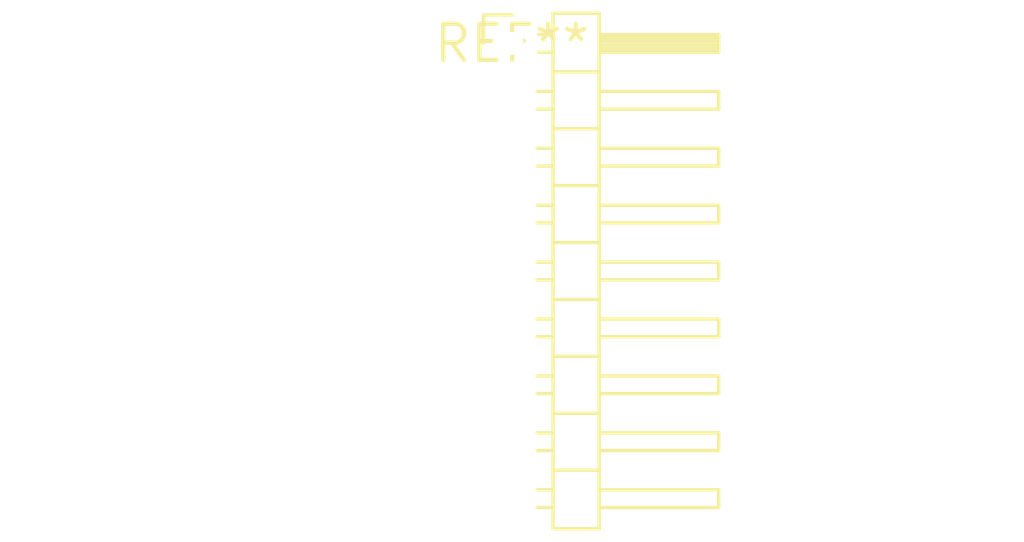
<source format=kicad_pcb>
(kicad_pcb (version 20240108) (generator pcbnew)
  (layers (0 "F.Cu" signal) (31 "B.Cu" signal) (34 "B.Paste" user) (35 "F.Paste" user) (36 "B.SilkS" user "B.Silkscreen") (37 "F.SilkS" user "F.Silkscreen") (38 "B.Mask" user) (39 "F.Mask" user) (44 "Edge.Cuts" user))
  (net 0 "")
  (footprint "PinHeader_1x09_P2.00mm_Horizontal" (layer "F.Cu") (at 0 0)
    (property "Reference" "REF**")
    (property "Value" "PinHeader_1x09_P2.00mm_Horizontal")
    (fp_line (start -1 -1) (end 0 -1) (layer "F.SilkS") (stroke (width 0.12)))
    (fp_line (start -1 0) (end -1 -1) (layer "F.SilkS") (stroke (width 0.12)))
    (fp_line (start 0.882114 1.69) (end 1.44 1.69) (layer "F.SilkS") (stroke (width 0.12)))
    (fp_line (start 0.882114 2.31) (end 1.44 2.31) (layer "F.SilkS") (stroke (width 0.12)))
    (fp_line (start 0.882114 3.69) (end 1.44 3.69) (layer "F.SilkS") (stroke (width 0.12)))
    (fp_line (start 0.882114 4.31) (end 1.44 4.31) (layer "F.SilkS") (stroke (width 0.12)))
    (fp_line (start 0.882114 5.69) (end 1.44 5.69) (layer "F.SilkS") (stroke (width 0.12)))
    (fp_line (start 0.882114 6.31) (end 1.44 6.31) (layer "F.SilkS") (stroke (width 0.12)))
    (fp_line (start 0.882114 7.69) (end 1.44 7.69) (layer "F.SilkS") (stroke (width 0.12)))
    (fp_line (start 0.882114 8.31) (end 1.44 8.31) (layer "F.SilkS") (stroke (width 0.12)))
    (fp_line (start 0.882114 9.69) (end 1.44 9.69) (layer "F.SilkS") (stroke (width 0.12)))
    (fp_line (start 0.882114 10.31) (end 1.44 10.31) (layer "F.SilkS") (stroke (width 0.12)))
    (fp_line (start 0.882114 11.69) (end 1.44 11.69) (layer "F.SilkS") (stroke (width 0.12)))
    (fp_line (start 0.882114 12.31) (end 1.44 12.31) (layer "F.SilkS") (stroke (width 0.12)))
    (fp_line (start 0.882114 13.69) (end 1.44 13.69) (layer "F.SilkS") (stroke (width 0.12)))
    (fp_line (start 0.882114 14.31) (end 1.44 14.31) (layer "F.SilkS") (stroke (width 0.12)))
    (fp_line (start 0.882114 15.69) (end 1.44 15.69) (layer "F.SilkS") (stroke (width 0.12)))
    (fp_line (start 0.882114 16.31) (end 1.44 16.31) (layer "F.SilkS") (stroke (width 0.12)))
    (fp_line (start 0.935 -0.31) (end 1.44 -0.31) (layer "F.SilkS") (stroke (width 0.12)))
    (fp_line (start 0.935 0.31) (end 1.44 0.31) (layer "F.SilkS") (stroke (width 0.12)))
    (fp_line (start 1.44 -1.06) (end 1.44 17.06) (layer "F.SilkS") (stroke (width 0.12)))
    (fp_line (start 1.44 1) (end 3.06 1) (layer "F.SilkS") (stroke (width 0.12)))
    (fp_line (start 1.44 3) (end 3.06 3) (layer "F.SilkS") (stroke (width 0.12)))
    (fp_line (start 1.44 5) (end 3.06 5) (layer "F.SilkS") (stroke (width 0.12)))
    (fp_line (start 1.44 7) (end 3.06 7) (layer "F.SilkS") (stroke (width 0.12)))
    (fp_line (start 1.44 9) (end 3.06 9) (layer "F.SilkS") (stroke (width 0.12)))
    (fp_line (start 1.44 11) (end 3.06 11) (layer "F.SilkS") (stroke (width 0.12)))
    (fp_line (start 1.44 13) (end 3.06 13) (layer "F.SilkS") (stroke (width 0.12)))
    (fp_line (start 1.44 15) (end 3.06 15) (layer "F.SilkS") (stroke (width 0.12)))
    (fp_line (start 1.44 17.06) (end 3.06 17.06) (layer "F.SilkS") (stroke (width 0.12)))
    (fp_line (start 3.06 -1.06) (end 1.44 -1.06) (layer "F.SilkS") (stroke (width 0.12)))
    (fp_line (start 3.06 -0.31) (end 7.26 -0.31) (layer "F.SilkS") (stroke (width 0.12)))
    (fp_line (start 3.06 -0.25) (end 7.26 -0.25) (layer "F.SilkS") (stroke (width 0.12)))
    (fp_line (start 3.06 -0.13) (end 7.26 -0.13) (layer "F.SilkS") (stroke (width 0.12)))
    (fp_line (start 3.06 -0.01) (end 7.26 -0.01) (layer "F.SilkS") (stroke (width 0.12)))
    (fp_line (start 3.06 0.11) (end 7.26 0.11) (layer "F.SilkS") (stroke (width 0.12)))
    (fp_line (start 3.06 0.23) (end 7.26 0.23) (layer "F.SilkS") (stroke (width 0.12)))
    (fp_line (start 3.06 1.69) (end 7.26 1.69) (layer "F.SilkS") (stroke (width 0.12)))
    (fp_line (start 3.06 3.69) (end 7.26 3.69) (layer "F.SilkS") (stroke (width 0.12)))
    (fp_line (start 3.06 5.69) (end 7.26 5.69) (layer "F.SilkS") (stroke (width 0.12)))
    (fp_line (start 3.06 7.69) (end 7.26 7.69) (layer "F.SilkS") (stroke (width 0.12)))
    (fp_line (start 3.06 9.69) (end 7.26 9.69) (layer "F.SilkS") (stroke (width 0.12)))
    (fp_line (start 3.06 11.69) (end 7.26 11.69) (layer "F.SilkS") (stroke (width 0.12)))
    (fp_line (start 3.06 13.69) (end 7.26 13.69) (layer "F.SilkS") (stroke (width 0.12)))
    (fp_line (start 3.06 15.69) (end 7.26 15.69) (layer "F.SilkS") (stroke (width 0.12)))
    (fp_line (start 3.06 17.06) (end 3.06 -1.06) (layer "F.SilkS") (stroke (width 0.12)))
    (fp_line (start 7.26 -0.31) (end 7.26 0.31) (layer "F.SilkS") (stroke (width 0.12)))
    (fp_line (start 7.26 0.31) (end 3.06 0.31) (layer "F.SilkS") (stroke (width 0.12)))
    (fp_line (start 7.26 1.69) (end 7.26 2.31) (layer "F.SilkS") (stroke (width 0.12)))
    (fp_line (start 7.26 2.31) (end 3.06 2.31) (layer "F.SilkS") (stroke (width 0.12)))
    (fp_line (start 7.26 3.69) (end 7.26 4.31) (layer "F.SilkS") (stroke (width 0.12)))
    (fp_line (start 7.26 4.31) (end 3.06 4.31) (layer "F.SilkS") (stroke (width 0.12)))
    (fp_line (start 7.26 5.69) (end 7.26 6.31) (layer "F.SilkS") (stroke (width 0.12)))
    (fp_line (start 7.26 6.31) (end 3.06 6.31) (layer "F.SilkS") (stroke (width 0.12)))
    (fp_line (start 7.26 7.69) (end 7.26 8.31) (layer "F.SilkS") (stroke (width 0.12)))
    (fp_line (start 7.26 8.31) (end 3.06 8.31) (layer "F.SilkS") (stroke (width 0.12)))
    (fp_line (start 7.26 9.69) (end 7.26 10.31) (layer "F.SilkS") (stroke (width 0.12)))
    (fp_line (start 7.26 10.31) (end 3.06 10.31) (layer "F.SilkS") (stroke (width 0.12)))
    (fp_line (start 7.26 11.69) (end 7.26 12.31) (layer "F.SilkS") (stroke (width 0.12)))
    (fp_line (start 7.26 12.31) (end 3.06 12.31) (layer "F.SilkS") (stroke (width 0.12)))
    (fp_line (start 7.26 13.69) (end 7.26 14.31) (layer "F.SilkS") (stroke (width 0.12)))
    (fp_line (start 7.26 14.31) (end 3.06 14.31) (layer "F.SilkS") (stroke (width 0.12)))
    (fp_line (start 7.26 15.69) (end 7.26 16.31) (layer "F.SilkS") (stroke (width 0.12)))
    (fp_line (start 7.26 16.31) (end 3.06 16.31) (layer "F.SilkS") (stroke (width 0.12)))
    (pad "1" thru_hole rect (at 0 0) (size 1.35 1.35) (drill 0.8) (layers *.Cu *.Mask) (remove_unused_layers))
    (pad "2" thru_hole oval (at 0 2) (size 1.35 1.35) (drill 0.8) (layers *.Cu *.Mask) (remove_unused_layers))
    (pad "3" thru_hole oval (at 0 4) (size 1.35 1.35) (drill 0.8) (layers *.Cu *.Mask) (remove_unused_layers))
    (pad "4" thru_hole oval (at 0 6) (size 1.35 1.35) (drill 0.8) (layers *.Cu *.Mask) (remove_unused_layers))
    (pad "5" thru_hole oval (at 0 8) (size 1.35 1.35) (drill 0.8) (layers *.Cu *.Mask) (remove_unused_layers))
    (pad "6" thru_hole oval (at 0 10) (size 1.35 1.35) (drill 0.8) (layers *.Cu *.Mask) (remove_unused_layers))
    (pad "7" thru_hole oval (at 0 12) (size 1.35 1.35) (drill 0.8) (layers *.Cu *.Mask) (remove_unused_layers))
    (pad "8" thru_hole oval (at 0 14) (size 1.35 1.35) (drill 0.8) (layers *.Cu *.Mask) (remove_unused_layers))
    (pad "9" thru_hole oval (at 0 16) (size 1.35 1.35) (drill 0.8) (layers *.Cu *.Mask) (remove_unused_layers))
  )
)
</source>
